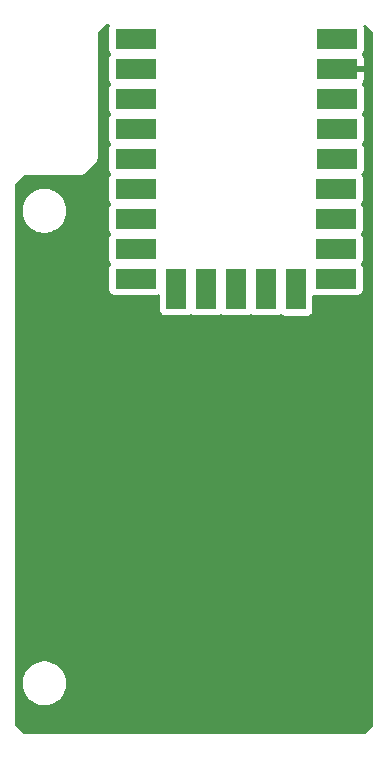
<source format=gbr>
G04 #@! TF.GenerationSoftware,KiCad,Pcbnew,8.0.6*
G04 #@! TF.CreationDate,2024-11-16T10:55:05+01:00*
G04 #@! TF.ProjectId,MCUPCB,4d435550-4342-42e6-9b69-6361645f7063,rev?*
G04 #@! TF.SameCoordinates,Original*
G04 #@! TF.FileFunction,Copper,L2,Bot*
G04 #@! TF.FilePolarity,Positive*
%FSLAX46Y46*%
G04 Gerber Fmt 4.6, Leading zero omitted, Abs format (unit mm)*
G04 Created by KiCad (PCBNEW 8.0.6) date 2024-11-16 10:55:05*
%MOMM*%
%LPD*%
G01*
G04 APERTURE LIST*
G04 #@! TA.AperFunction,SMDPad,CuDef*
%ADD10R,3.500000X1.700000*%
G04 #@! TD*
G04 #@! TA.AperFunction,ComponentPad*
%ADD11C,1.000000*%
G04 #@! TD*
G04 #@! TA.AperFunction,SMDPad,CuDef*
%ADD12R,1.700000X3.500000*%
G04 #@! TD*
G04 APERTURE END LIST*
D10*
G04 #@! TO.P,U1,1,5V*
G04 #@! TO.N,unconnected-(U1-5V-Pad1)*
X135650000Y-60584500D03*
D11*
X134750000Y-60584500D03*
D10*
G04 #@! TO.P,U1,2,GND*
G04 #@! TO.N,GND*
X135650000Y-63124500D03*
D11*
X134750000Y-63124500D03*
D10*
G04 #@! TO.P,U1,3,3V3*
G04 #@! TO.N,unconnected-(U1-3V3-Pad3)*
X135650000Y-65664500D03*
D11*
X134750000Y-65664500D03*
D10*
G04 #@! TO.P,U1,4,GP29*
G04 #@! TO.N,unconnected-(U1-GP29-Pad4)*
X135650000Y-68204500D03*
D11*
X134750000Y-68204500D03*
D10*
G04 #@! TO.P,U1,5,GP28*
G04 #@! TO.N,unconnected-(U1-GP28-Pad5)*
X135650000Y-70744500D03*
D11*
X134750000Y-70744500D03*
D10*
G04 #@! TO.P,U1,6,GP27*
G04 #@! TO.N,unconnected-(U1-GP27-Pad6)*
X135600000Y-73284500D03*
D11*
X134750000Y-73284500D03*
D10*
G04 #@! TO.P,U1,7,GP26*
G04 #@! TO.N,unconnected-(U1-GP26-Pad7)*
X135600000Y-75824500D03*
D11*
X134750000Y-75824500D03*
D10*
G04 #@! TO.P,U1,8,GP15*
G04 #@! TO.N,/PINBM*
X135600000Y-78364500D03*
D11*
X134750000Y-78364500D03*
D10*
G04 #@! TO.P,U1,9,GP14*
G04 #@! TO.N,/PINAM*
X135600000Y-80904500D03*
D11*
X134750000Y-80904500D03*
G04 #@! TO.P,U1,10,GP0*
G04 #@! TO.N,unconnected-(U1-GP0-Pad10)*
X119510000Y-60584500D03*
D10*
X118610000Y-60584500D03*
D11*
G04 #@! TO.P,U1,11,GP1*
G04 #@! TO.N,unconnected-(U1-GP1-Pad11)*
X119510000Y-63124500D03*
D10*
X118610000Y-63124500D03*
D11*
G04 #@! TO.P,U1,12,GP2*
G04 #@! TO.N,unconnected-(U1-GP2-Pad12)*
X119510000Y-65664500D03*
D10*
X118610000Y-65664500D03*
D11*
G04 #@! TO.P,U1,13,GP3*
G04 #@! TO.N,unconnected-(U1-GP3-Pad13)*
X119510000Y-68204500D03*
D10*
X118610000Y-68204500D03*
D11*
G04 #@! TO.P,U1,14,GP4*
G04 #@! TO.N,unconnected-(U1-GP4-Pad14)*
X119510000Y-70744500D03*
D10*
X118610000Y-70744500D03*
D11*
G04 #@! TO.P,U1,15,GP5*
G04 #@! TO.N,unconnected-(U1-GP5-Pad15)*
X119510000Y-73284500D03*
D10*
X118610000Y-73284500D03*
D11*
G04 #@! TO.P,U1,16,GP6*
G04 #@! TO.N,unconnected-(U1-GP6-Pad16)*
X119510000Y-75824500D03*
D10*
X118610000Y-75824500D03*
D11*
G04 #@! TO.P,U1,17,GP7*
G04 #@! TO.N,/ROW1M*
X119510000Y-78364500D03*
D10*
X118610000Y-78364500D03*
D11*
G04 #@! TO.P,U1,18,GP8*
G04 #@! TO.N,/ROW2M*
X119510000Y-80904500D03*
D10*
X118610000Y-80904500D03*
D12*
G04 #@! TO.P,U1,19,GP13*
G04 #@! TO.N,/ROW0M*
X132210000Y-81804500D03*
D11*
X132210000Y-80904500D03*
D12*
G04 #@! TO.P,U1,20,GP12*
G04 #@! TO.N,/COL3M*
X129670000Y-81754500D03*
D11*
X129670000Y-80904500D03*
D12*
G04 #@! TO.P,U1,21,GP11*
G04 #@! TO.N,/COL2M*
X127130000Y-81754500D03*
D11*
X127130000Y-80904500D03*
D12*
G04 #@! TO.P,U1,22,GP10*
G04 #@! TO.N,/COL1M*
X124590000Y-81754500D03*
D11*
X124590000Y-80904500D03*
D12*
G04 #@! TO.P,U1,23,GP9*
G04 #@! TO.N,/COL0M*
X122050000Y-81754500D03*
D11*
X122050000Y-80904500D03*
G04 #@! TD*
G04 #@! TA.AperFunction,Conductor*
G04 #@! TO.N,GND*
G36*
X116357489Y-59370185D02*
G01*
X116403244Y-59422989D01*
X116413188Y-59492147D01*
X116406632Y-59517833D01*
X116365908Y-59627017D01*
X116362705Y-59656814D01*
X116359501Y-59686623D01*
X116359500Y-59686635D01*
X116359500Y-61482370D01*
X116359501Y-61482376D01*
X116365908Y-61541983D01*
X116416202Y-61676828D01*
X116416203Y-61676830D01*
X116493578Y-61780189D01*
X116517995Y-61845653D01*
X116503144Y-61913926D01*
X116493578Y-61928811D01*
X116416203Y-62032169D01*
X116416202Y-62032171D01*
X116365908Y-62167017D01*
X116359501Y-62226616D01*
X116359500Y-62226635D01*
X116359500Y-64022370D01*
X116359501Y-64022376D01*
X116365908Y-64081983D01*
X116416202Y-64216828D01*
X116416203Y-64216830D01*
X116493578Y-64320189D01*
X116517995Y-64385653D01*
X116503144Y-64453926D01*
X116493578Y-64468811D01*
X116416203Y-64572169D01*
X116416202Y-64572171D01*
X116365908Y-64707017D01*
X116359501Y-64766616D01*
X116359501Y-64766623D01*
X116359500Y-64766635D01*
X116359500Y-66562370D01*
X116359501Y-66562376D01*
X116365908Y-66621983D01*
X116416202Y-66756828D01*
X116416203Y-66756830D01*
X116493578Y-66860189D01*
X116517995Y-66925653D01*
X116503144Y-66993926D01*
X116493578Y-67008811D01*
X116416203Y-67112169D01*
X116416202Y-67112171D01*
X116365908Y-67247017D01*
X116359501Y-67306616D01*
X116359501Y-67306623D01*
X116359500Y-67306635D01*
X116359500Y-69102370D01*
X116359501Y-69102376D01*
X116365908Y-69161983D01*
X116416202Y-69296828D01*
X116416203Y-69296830D01*
X116493578Y-69400189D01*
X116517995Y-69465653D01*
X116503144Y-69533926D01*
X116493578Y-69548811D01*
X116416203Y-69652169D01*
X116416202Y-69652171D01*
X116365908Y-69787017D01*
X116359501Y-69846616D01*
X116359501Y-69846623D01*
X116359500Y-69846635D01*
X116359500Y-71642370D01*
X116359501Y-71642376D01*
X116365908Y-71701983D01*
X116416202Y-71836828D01*
X116416203Y-71836830D01*
X116493578Y-71940189D01*
X116517995Y-72005653D01*
X116503144Y-72073926D01*
X116493578Y-72088811D01*
X116416203Y-72192169D01*
X116416202Y-72192171D01*
X116365908Y-72327017D01*
X116364224Y-72342686D01*
X116359501Y-72386623D01*
X116359500Y-72386635D01*
X116359500Y-74182370D01*
X116359501Y-74182376D01*
X116365908Y-74241983D01*
X116416202Y-74376828D01*
X116416203Y-74376830D01*
X116493578Y-74480189D01*
X116517995Y-74545653D01*
X116503144Y-74613926D01*
X116493578Y-74628811D01*
X116416203Y-74732169D01*
X116416202Y-74732171D01*
X116365908Y-74867017D01*
X116359501Y-74926616D01*
X116359501Y-74926623D01*
X116359500Y-74926635D01*
X116359500Y-76722370D01*
X116359501Y-76722376D01*
X116365908Y-76781983D01*
X116416202Y-76916828D01*
X116416203Y-76916830D01*
X116493578Y-77020189D01*
X116517995Y-77085653D01*
X116503144Y-77153926D01*
X116493578Y-77168811D01*
X116416203Y-77272169D01*
X116416202Y-77272171D01*
X116365908Y-77407017D01*
X116359501Y-77466616D01*
X116359501Y-77466623D01*
X116359500Y-77466635D01*
X116359500Y-79262370D01*
X116359501Y-79262376D01*
X116365908Y-79321983D01*
X116416202Y-79456828D01*
X116416203Y-79456830D01*
X116493578Y-79560189D01*
X116517995Y-79625653D01*
X116503144Y-79693926D01*
X116493578Y-79708811D01*
X116416203Y-79812169D01*
X116416202Y-79812171D01*
X116365908Y-79947017D01*
X116359501Y-80006616D01*
X116359501Y-80006623D01*
X116359500Y-80006635D01*
X116359500Y-81802370D01*
X116359501Y-81802376D01*
X116365908Y-81861983D01*
X116416202Y-81996828D01*
X116416206Y-81996835D01*
X116502452Y-82112044D01*
X116502455Y-82112047D01*
X116617664Y-82198293D01*
X116617671Y-82198297D01*
X116752517Y-82248591D01*
X116752516Y-82248591D01*
X116759444Y-82249335D01*
X116812127Y-82255000D01*
X120407872Y-82254999D01*
X120467483Y-82248591D01*
X120532168Y-82224464D01*
X120601858Y-82219481D01*
X120663181Y-82252965D01*
X120696666Y-82314288D01*
X120699500Y-82340647D01*
X120699500Y-83552370D01*
X120699501Y-83552376D01*
X120705908Y-83611983D01*
X120756202Y-83746828D01*
X120756206Y-83746835D01*
X120842452Y-83862044D01*
X120842455Y-83862047D01*
X120957664Y-83948293D01*
X120957671Y-83948297D01*
X121092517Y-83998591D01*
X121092516Y-83998591D01*
X121099444Y-83999335D01*
X121152127Y-84005000D01*
X122947872Y-84004999D01*
X123007483Y-83998591D01*
X123142331Y-83948296D01*
X123245690Y-83870921D01*
X123311152Y-83846504D01*
X123379425Y-83861355D01*
X123394303Y-83870916D01*
X123497665Y-83948293D01*
X123497668Y-83948295D01*
X123497671Y-83948297D01*
X123632517Y-83998591D01*
X123632516Y-83998591D01*
X123639444Y-83999335D01*
X123692127Y-84005000D01*
X125487872Y-84004999D01*
X125547483Y-83998591D01*
X125682331Y-83948296D01*
X125785690Y-83870921D01*
X125851152Y-83846504D01*
X125919425Y-83861355D01*
X125934303Y-83870916D01*
X126037665Y-83948293D01*
X126037668Y-83948295D01*
X126037671Y-83948297D01*
X126172517Y-83998591D01*
X126172516Y-83998591D01*
X126179444Y-83999335D01*
X126232127Y-84005000D01*
X128027872Y-84004999D01*
X128087483Y-83998591D01*
X128222331Y-83948296D01*
X128325690Y-83870921D01*
X128391152Y-83846504D01*
X128459425Y-83861355D01*
X128474303Y-83870916D01*
X128577665Y-83948293D01*
X128577668Y-83948295D01*
X128577671Y-83948297D01*
X128712517Y-83998591D01*
X128712516Y-83998591D01*
X128719444Y-83999335D01*
X128772127Y-84005000D01*
X130567872Y-84004999D01*
X130627483Y-83998591D01*
X130762331Y-83948296D01*
X130762924Y-83947851D01*
X130834369Y-83894369D01*
X130899833Y-83869951D01*
X130968106Y-83884802D01*
X130996358Y-83905950D01*
X131002451Y-83912042D01*
X131002454Y-83912046D01*
X131002457Y-83912048D01*
X131117664Y-83998293D01*
X131117671Y-83998297D01*
X131252517Y-84048591D01*
X131252516Y-84048591D01*
X131259444Y-84049335D01*
X131312127Y-84055000D01*
X133107872Y-84054999D01*
X133167483Y-84048591D01*
X133302331Y-83998296D01*
X133417546Y-83912046D01*
X133503796Y-83796831D01*
X133554091Y-83661983D01*
X133560500Y-83602373D01*
X133560499Y-82359295D01*
X133580184Y-82292257D01*
X133632987Y-82246502D01*
X133702146Y-82236558D01*
X133727832Y-82243114D01*
X133742517Y-82248591D01*
X133742516Y-82248591D01*
X133749444Y-82249335D01*
X133802127Y-82255000D01*
X137397872Y-82254999D01*
X137457483Y-82248591D01*
X137592331Y-82198296D01*
X137707546Y-82112046D01*
X137793796Y-81996831D01*
X137844091Y-81861983D01*
X137850500Y-81802373D01*
X137850499Y-80006628D01*
X137844091Y-79947017D01*
X137793796Y-79812169D01*
X137716421Y-79708809D01*
X137692004Y-79643348D01*
X137706855Y-79575075D01*
X137716416Y-79560196D01*
X137793796Y-79456831D01*
X137844091Y-79321983D01*
X137850500Y-79262373D01*
X137850499Y-77466628D01*
X137844091Y-77407017D01*
X137793796Y-77272169D01*
X137716421Y-77168809D01*
X137692004Y-77103348D01*
X137706855Y-77035075D01*
X137716416Y-77020196D01*
X137793796Y-76916831D01*
X137844091Y-76781983D01*
X137850500Y-76722373D01*
X137850499Y-74926628D01*
X137844091Y-74867017D01*
X137814699Y-74788214D01*
X137793797Y-74732171D01*
X137793795Y-74732168D01*
X137779500Y-74713072D01*
X137716421Y-74628809D01*
X137692004Y-74563348D01*
X137706855Y-74495075D01*
X137716416Y-74480196D01*
X137793796Y-74376831D01*
X137844091Y-74241983D01*
X137850500Y-74182373D01*
X137850499Y-72386628D01*
X137844091Y-72327017D01*
X137793796Y-72192169D01*
X137793795Y-72192168D01*
X137793793Y-72192164D01*
X137739868Y-72120130D01*
X137715450Y-72054666D01*
X137730301Y-71986393D01*
X137751456Y-71958134D01*
X137757534Y-71952054D01*
X137757546Y-71952046D01*
X137843796Y-71836831D01*
X137894091Y-71701983D01*
X137900500Y-71642373D01*
X137900499Y-69846628D01*
X137894091Y-69787017D01*
X137843796Y-69652169D01*
X137766421Y-69548809D01*
X137742004Y-69483348D01*
X137756855Y-69415075D01*
X137766416Y-69400196D01*
X137843796Y-69296831D01*
X137894091Y-69161983D01*
X137900500Y-69102373D01*
X137900499Y-67306628D01*
X137894091Y-67247017D01*
X137843796Y-67112169D01*
X137766421Y-67008809D01*
X137742004Y-66943348D01*
X137756855Y-66875075D01*
X137766416Y-66860196D01*
X137843796Y-66756831D01*
X137894091Y-66621983D01*
X137900500Y-66562373D01*
X137900499Y-64766628D01*
X137894091Y-64707017D01*
X137843796Y-64572169D01*
X137766109Y-64468393D01*
X137741692Y-64402930D01*
X137756543Y-64334657D01*
X137766110Y-64319771D01*
X137843352Y-64216589D01*
X137843354Y-64216586D01*
X137893596Y-64081879D01*
X137893598Y-64081872D01*
X137899999Y-64022344D01*
X137900000Y-64022327D01*
X137900000Y-63374500D01*
X135524000Y-63374500D01*
X135456961Y-63354815D01*
X135411206Y-63302011D01*
X135400000Y-63250500D01*
X135400000Y-62998500D01*
X135419685Y-62931461D01*
X135472489Y-62885706D01*
X135524000Y-62874500D01*
X137900000Y-62874500D01*
X137900000Y-62226672D01*
X137899999Y-62226655D01*
X137893598Y-62167127D01*
X137893596Y-62167120D01*
X137843354Y-62032413D01*
X137843352Y-62032410D01*
X137766110Y-61929229D01*
X137741692Y-61863765D01*
X137756543Y-61795492D01*
X137766105Y-61780611D01*
X137843796Y-61676831D01*
X137894091Y-61541983D01*
X137900500Y-61482373D01*
X137900499Y-59686628D01*
X137894091Y-59627017D01*
X137870158Y-59562849D01*
X137865174Y-59493158D01*
X137898659Y-59431834D01*
X137959982Y-59398350D01*
X138029674Y-59403334D01*
X138074021Y-59431835D01*
X138663181Y-60020995D01*
X138696666Y-60082318D01*
X138699500Y-60108676D01*
X138699500Y-118691324D01*
X138679815Y-118758363D01*
X138663181Y-118779005D01*
X138029005Y-119413181D01*
X137967682Y-119446666D01*
X137941324Y-119449500D01*
X109158676Y-119449500D01*
X109091637Y-119429815D01*
X109070995Y-119413181D01*
X108436819Y-118779005D01*
X108403334Y-118717682D01*
X108400500Y-118691324D01*
X108400500Y-115028711D01*
X109027700Y-115028711D01*
X109027700Y-115271288D01*
X109059361Y-115511785D01*
X109122147Y-115746104D01*
X109214973Y-115970205D01*
X109214976Y-115970212D01*
X109336264Y-116180289D01*
X109336266Y-116180292D01*
X109336267Y-116180293D01*
X109483933Y-116372736D01*
X109483939Y-116372743D01*
X109655456Y-116544260D01*
X109655462Y-116544265D01*
X109847911Y-116691936D01*
X110057988Y-116813224D01*
X110282100Y-116906054D01*
X110516411Y-116968838D01*
X110696786Y-116992584D01*
X110756911Y-117000500D01*
X110756912Y-117000500D01*
X110999489Y-117000500D01*
X111047588Y-116994167D01*
X111239989Y-116968838D01*
X111474300Y-116906054D01*
X111698412Y-116813224D01*
X111908489Y-116691936D01*
X112100938Y-116544265D01*
X112272465Y-116372738D01*
X112420136Y-116180289D01*
X112541424Y-115970212D01*
X112634254Y-115746100D01*
X112697038Y-115511789D01*
X112728700Y-115271288D01*
X112728700Y-115028712D01*
X112697038Y-114788211D01*
X112634254Y-114553900D01*
X112541424Y-114329788D01*
X112420136Y-114119711D01*
X112272465Y-113927262D01*
X112272460Y-113927256D01*
X112100943Y-113755739D01*
X112100936Y-113755733D01*
X111908493Y-113608067D01*
X111908492Y-113608066D01*
X111908489Y-113608064D01*
X111698412Y-113486776D01*
X111698405Y-113486773D01*
X111474304Y-113393947D01*
X111239985Y-113331161D01*
X110999489Y-113299500D01*
X110999488Y-113299500D01*
X110756912Y-113299500D01*
X110756911Y-113299500D01*
X110516414Y-113331161D01*
X110282095Y-113393947D01*
X110057994Y-113486773D01*
X110057985Y-113486777D01*
X109847906Y-113608067D01*
X109655463Y-113755733D01*
X109655456Y-113755739D01*
X109483939Y-113927256D01*
X109483933Y-113927263D01*
X109336267Y-114119706D01*
X109214977Y-114329785D01*
X109214973Y-114329794D01*
X109122147Y-114553895D01*
X109059361Y-114788214D01*
X109027700Y-115028711D01*
X108400500Y-115028711D01*
X108400500Y-75028711D01*
X109027700Y-75028711D01*
X109027700Y-75271288D01*
X109059361Y-75511785D01*
X109122147Y-75746104D01*
X109214973Y-75970205D01*
X109214976Y-75970212D01*
X109336264Y-76180289D01*
X109336266Y-76180292D01*
X109336267Y-76180293D01*
X109483933Y-76372736D01*
X109483939Y-76372743D01*
X109655456Y-76544260D01*
X109655462Y-76544265D01*
X109847911Y-76691936D01*
X110057988Y-76813224D01*
X110282100Y-76906054D01*
X110516411Y-76968838D01*
X110696786Y-76992584D01*
X110756911Y-77000500D01*
X110756912Y-77000500D01*
X110999489Y-77000500D01*
X111047588Y-76994167D01*
X111239989Y-76968838D01*
X111474300Y-76906054D01*
X111698412Y-76813224D01*
X111908489Y-76691936D01*
X112100938Y-76544265D01*
X112272465Y-76372738D01*
X112420136Y-76180289D01*
X112541424Y-75970212D01*
X112634254Y-75746100D01*
X112697038Y-75511789D01*
X112728700Y-75271288D01*
X112728700Y-75028712D01*
X112697038Y-74788211D01*
X112634254Y-74553900D01*
X112541424Y-74329788D01*
X112420136Y-74119711D01*
X112272465Y-73927262D01*
X112272460Y-73927256D01*
X112100943Y-73755739D01*
X112100936Y-73755733D01*
X111908493Y-73608067D01*
X111908492Y-73608066D01*
X111908489Y-73608064D01*
X111698412Y-73486776D01*
X111698405Y-73486773D01*
X111474304Y-73393947D01*
X111239985Y-73331161D01*
X110999489Y-73299500D01*
X110999488Y-73299500D01*
X110756912Y-73299500D01*
X110756911Y-73299500D01*
X110516414Y-73331161D01*
X110282095Y-73393947D01*
X110057994Y-73486773D01*
X110057985Y-73486777D01*
X109847906Y-73608067D01*
X109655463Y-73755733D01*
X109655456Y-73755739D01*
X109483939Y-73927256D01*
X109483933Y-73927263D01*
X109336267Y-74119706D01*
X109214977Y-74329785D01*
X109214973Y-74329794D01*
X109122147Y-74553895D01*
X109059361Y-74788214D01*
X109027700Y-75028711D01*
X108400500Y-75028711D01*
X108400500Y-72908676D01*
X108420185Y-72841637D01*
X108436819Y-72820995D01*
X109070995Y-72186819D01*
X109132318Y-72153334D01*
X109158676Y-72150500D01*
X113965890Y-72150500D01*
X113965892Y-72150500D01*
X114093186Y-72116392D01*
X114207314Y-72050500D01*
X115300500Y-70957314D01*
X115366392Y-70843186D01*
X115400500Y-70715892D01*
X115400500Y-70584107D01*
X115400500Y-60108676D01*
X115420185Y-60041637D01*
X115436819Y-60020995D01*
X116070995Y-59386819D01*
X116132318Y-59353334D01*
X116158676Y-59350500D01*
X116290450Y-59350500D01*
X116357489Y-59370185D01*
G37*
G04 #@! TD.AperFunction*
G04 #@! TD*
M02*

</source>
